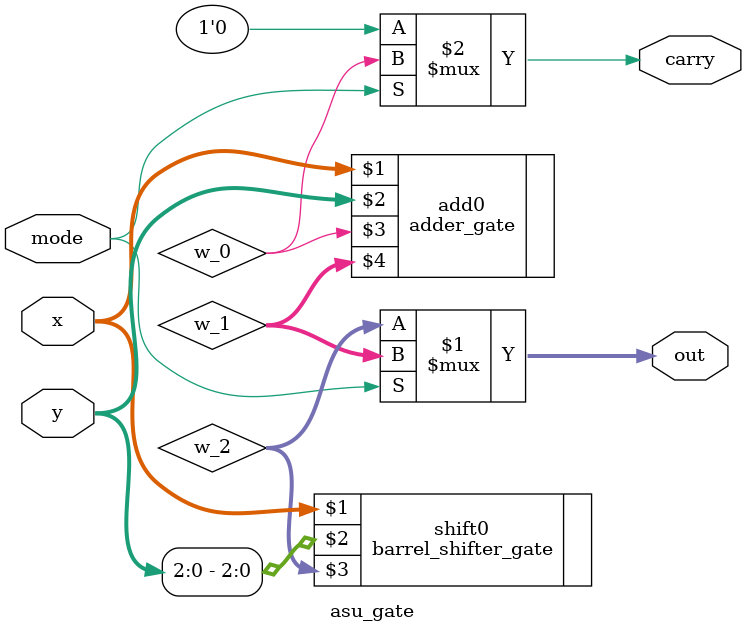
<source format=v>
`define MODE_MUX_DELAY 2.5

module asu_gate (x, y, mode, carry, out);
  input  [7:0] x, y;
  input        mode;
  output       carry;
  output [7:0] out;
  wire [7:0] w_1, w_2;

//  ks_adder_gate_8     add0 (x, y, w_0, w_1);
  adder_gate          add0 (x, y, w_0, w_1);
  barrel_shifter_gate shift0 (x, y[2:0], w_2);

  assign #(`MODE_MUX_DELAY) out   = mode ? w_1 : w_2;
  assign #(`MODE_MUX_DELAY) carry = mode ? w_0 : 1'b0;
endmodule

</source>
